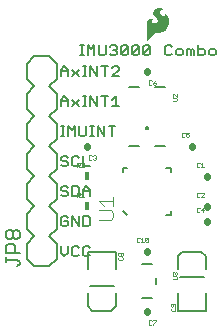
<source format=gbr>
G04 EAGLE Gerber RS-274X export*
G75*
%MOMM*%
%FSLAX34Y34*%
%LPD*%
%INSilkscreen Top*%
%IPPOS*%
%AMOC8*
5,1,8,0,0,1.08239X$1,22.5*%
G01*
%ADD10C,0.152400*%
%ADD11C,0.203200*%
%ADD12C,0.101600*%
%ADD13C,0.558800*%
%ADD14C,0.025400*%
%ADD15C,0.127000*%
%ADD16R,0.457200X0.762000*%

G36*
X101610Y241201D02*
X101610Y241201D01*
X101614Y241199D01*
X101684Y241235D01*
X101694Y241240D01*
X101695Y241241D01*
X106567Y246723D01*
X107421Y247505D01*
X108411Y248094D01*
X108762Y248221D01*
X109130Y248286D01*
X111405Y248286D01*
X111410Y248288D01*
X111416Y248286D01*
X112780Y248410D01*
X112790Y248416D01*
X112802Y248414D01*
X114121Y248782D01*
X114129Y248790D01*
X114142Y248791D01*
X115372Y249391D01*
X115379Y249398D01*
X115390Y249401D01*
X116547Y250218D01*
X116552Y250226D01*
X116561Y250229D01*
X117592Y251201D01*
X117595Y251209D01*
X117601Y251211D01*
X117602Y251213D01*
X117604Y251214D01*
X118489Y252321D01*
X118491Y252331D01*
X118500Y252338D01*
X119447Y254019D01*
X119448Y254030D01*
X119456Y254040D01*
X120084Y255864D01*
X120083Y255875D01*
X120090Y255886D01*
X120378Y257793D01*
X120375Y257804D01*
X120380Y257816D01*
X120378Y257868D01*
X120370Y258120D01*
X120366Y258246D01*
X120366Y258247D01*
X120358Y258499D01*
X120350Y258752D01*
X120346Y258878D01*
X120338Y259130D01*
X120327Y259509D01*
X120319Y259744D01*
X120315Y259753D01*
X120317Y259765D01*
X120110Y260804D01*
X120105Y260812D01*
X120105Y260823D01*
X119747Y261820D01*
X119741Y261827D01*
X119740Y261838D01*
X119238Y262772D01*
X119229Y262779D01*
X119226Y262791D01*
X118319Y263928D01*
X118308Y263934D01*
X118301Y263947D01*
X117175Y264868D01*
X117132Y264880D01*
X117091Y264896D01*
X117086Y264894D01*
X117080Y264895D01*
X117042Y264874D01*
X117002Y264855D01*
X116999Y264849D01*
X116995Y264847D01*
X116987Y264818D01*
X116969Y264770D01*
X116969Y263890D01*
X116953Y263770D01*
X116909Y263667D01*
X116635Y263327D01*
X116274Y263079D01*
X116100Y263014D01*
X115562Y262956D01*
X115032Y263054D01*
X114544Y263303D01*
X113642Y263954D01*
X113230Y264308D01*
X112879Y264718D01*
X112596Y265176D01*
X112390Y265670D01*
X112331Y265970D01*
X112343Y266273D01*
X112500Y266792D01*
X112786Y267252D01*
X113181Y267622D01*
X113662Y267877D01*
X114152Y268016D01*
X114663Y268073D01*
X115266Y268073D01*
X115267Y268073D01*
X115289Y268082D01*
X115357Y268111D01*
X115392Y268203D01*
X115388Y268212D01*
X115354Y268288D01*
X115352Y268291D01*
X115351Y268292D01*
X115350Y268293D01*
X115329Y268313D01*
X115322Y268316D01*
X115318Y268324D01*
X114883Y268662D01*
X114868Y268666D01*
X114856Y268678D01*
X114352Y268899D01*
X114351Y268899D01*
X113995Y269051D01*
X113767Y269152D01*
X113757Y269153D01*
X113747Y269159D01*
X112869Y269379D01*
X112860Y269378D01*
X112850Y269382D01*
X111950Y269468D01*
X111940Y269464D01*
X111928Y269468D01*
X111060Y269402D01*
X111049Y269396D01*
X111036Y269397D01*
X110196Y269166D01*
X110186Y269158D01*
X110173Y269157D01*
X109393Y268769D01*
X109386Y268761D01*
X109375Y268758D01*
X108598Y268198D01*
X108594Y268191D01*
X108585Y268187D01*
X107889Y267529D01*
X107884Y267518D01*
X107873Y267510D01*
X107442Y266907D01*
X107439Y266892D01*
X107427Y266879D01*
X107160Y266187D01*
X107160Y266171D01*
X107152Y266156D01*
X107065Y265419D01*
X107070Y265404D01*
X107066Y265387D01*
X107165Y264652D01*
X107173Y264639D01*
X107173Y264622D01*
X107453Y263934D01*
X107462Y263925D01*
X107465Y263911D01*
X108652Y262153D01*
X108660Y262148D01*
X108664Y262137D01*
X110117Y260596D01*
X110487Y260161D01*
X110727Y259658D01*
X110829Y259110D01*
X110786Y258554D01*
X110600Y258029D01*
X110285Y257569D01*
X109860Y257204D01*
X109317Y256911D01*
X108731Y256713D01*
X108121Y256616D01*
X107410Y256651D01*
X106732Y256858D01*
X106126Y257223D01*
X105813Y257551D01*
X105607Y257955D01*
X105514Y258371D01*
X105514Y258799D01*
X105607Y259214D01*
X105679Y259352D01*
X105797Y259466D01*
X106621Y260065D01*
X106754Y260136D01*
X106892Y260164D01*
X107050Y260148D01*
X107093Y260162D01*
X107138Y260173D01*
X107140Y260177D01*
X107144Y260178D01*
X107164Y260219D01*
X107187Y260258D01*
X107186Y260262D01*
X107188Y260266D01*
X107173Y260309D01*
X107160Y260353D01*
X107157Y260355D01*
X107156Y260359D01*
X107118Y260378D01*
X107082Y260399D01*
X106599Y260475D01*
X106594Y260474D01*
X106589Y260476D01*
X105649Y260549D01*
X105640Y260546D01*
X105629Y260549D01*
X104689Y260476D01*
X104679Y260471D01*
X104667Y260472D01*
X103968Y260288D01*
X103958Y260280D01*
X103944Y260279D01*
X103296Y259958D01*
X103288Y259949D01*
X103274Y259945D01*
X102704Y259500D01*
X102698Y259489D01*
X102686Y259483D01*
X102216Y258933D01*
X102212Y258921D01*
X102201Y258912D01*
X101800Y258180D01*
X101799Y258167D01*
X101790Y258156D01*
X101550Y257357D01*
X101551Y257344D01*
X101545Y257331D01*
X101475Y256500D01*
X101477Y256494D01*
X101475Y256489D01*
X101475Y241325D01*
X101477Y241320D01*
X101475Y241316D01*
X101496Y241276D01*
X101513Y241234D01*
X101518Y241233D01*
X101520Y241228D01*
X101563Y241215D01*
X101605Y241199D01*
X101610Y241201D01*
G37*
D10*
X45212Y229362D02*
X48093Y229362D01*
X46653Y229362D02*
X46653Y238005D01*
X48093Y238005D02*
X45212Y238005D01*
X51449Y238005D02*
X51449Y229362D01*
X54330Y235124D02*
X51449Y238005D01*
X54330Y235124D02*
X57211Y238005D01*
X57211Y229362D01*
X60804Y230803D02*
X60804Y238005D01*
X60804Y230803D02*
X62245Y229362D01*
X65126Y229362D01*
X66566Y230803D01*
X66566Y238005D01*
X70159Y236565D02*
X71600Y238005D01*
X74481Y238005D01*
X75921Y236565D01*
X75921Y235124D01*
X74481Y233684D01*
X73040Y233684D01*
X74481Y233684D02*
X75921Y232243D01*
X75921Y230803D01*
X74481Y229362D01*
X71600Y229362D01*
X70159Y230803D01*
X79514Y230803D02*
X79514Y236565D01*
X80955Y238005D01*
X83836Y238005D01*
X85277Y236565D01*
X85277Y230803D01*
X83836Y229362D01*
X80955Y229362D01*
X79514Y230803D01*
X85277Y236565D01*
X88870Y236565D02*
X88870Y230803D01*
X88870Y236565D02*
X90310Y238005D01*
X93191Y238005D01*
X94632Y236565D01*
X94632Y230803D01*
X93191Y229362D01*
X90310Y229362D01*
X88870Y230803D01*
X94632Y236565D01*
X98225Y236565D02*
X98225Y230803D01*
X98225Y236565D02*
X99665Y238005D01*
X102546Y238005D01*
X103987Y236565D01*
X103987Y230803D01*
X102546Y229362D01*
X99665Y229362D01*
X98225Y230803D01*
X103987Y236565D01*
X121257Y238005D02*
X122697Y236565D01*
X121257Y238005D02*
X118376Y238005D01*
X116935Y236565D01*
X116935Y230803D01*
X118376Y229362D01*
X121257Y229362D01*
X122697Y230803D01*
X127731Y229362D02*
X130612Y229362D01*
X132053Y230803D01*
X132053Y233684D01*
X130612Y235124D01*
X127731Y235124D01*
X126290Y233684D01*
X126290Y230803D01*
X127731Y229362D01*
X135645Y229362D02*
X135645Y235124D01*
X137086Y235124D01*
X138527Y233684D01*
X138527Y229362D01*
X138527Y233684D02*
X139967Y235124D01*
X141408Y233684D01*
X141408Y229362D01*
X145001Y229362D02*
X145001Y238005D01*
X145001Y229362D02*
X149322Y229362D01*
X150763Y230803D01*
X150763Y233684D01*
X149322Y235124D01*
X145001Y235124D01*
X155796Y229362D02*
X158678Y229362D01*
X160118Y230803D01*
X160118Y233684D01*
X158678Y235124D01*
X155796Y235124D01*
X154356Y233684D01*
X154356Y230803D01*
X155796Y229362D01*
X28702Y67825D02*
X28702Y62063D01*
X31583Y59182D01*
X34464Y62063D01*
X34464Y67825D01*
X42379Y67825D02*
X43819Y66385D01*
X42379Y67825D02*
X39498Y67825D01*
X38057Y66385D01*
X38057Y60623D01*
X39498Y59182D01*
X42379Y59182D01*
X43819Y60623D01*
X51734Y67825D02*
X53175Y66385D01*
X51734Y67825D02*
X48853Y67825D01*
X47412Y66385D01*
X47412Y60623D01*
X48853Y59182D01*
X51734Y59182D01*
X53175Y60623D01*
X34464Y91785D02*
X33024Y93225D01*
X30143Y93225D01*
X28702Y91785D01*
X28702Y86023D01*
X30143Y84582D01*
X33024Y84582D01*
X34464Y86023D01*
X34464Y88904D01*
X31583Y88904D01*
X38057Y93225D02*
X38057Y84582D01*
X43819Y84582D02*
X38057Y93225D01*
X43819Y93225D02*
X43819Y84582D01*
X47412Y84582D02*
X47412Y93225D01*
X47412Y84582D02*
X51734Y84582D01*
X53175Y86023D01*
X53175Y91785D01*
X51734Y93225D01*
X47412Y93225D01*
X34464Y117185D02*
X33024Y118625D01*
X30143Y118625D01*
X28702Y117185D01*
X28702Y115744D01*
X30143Y114304D01*
X33024Y114304D01*
X34464Y112863D01*
X34464Y111423D01*
X33024Y109982D01*
X30143Y109982D01*
X28702Y111423D01*
X38057Y109982D02*
X38057Y118625D01*
X38057Y109982D02*
X42379Y109982D01*
X43819Y111423D01*
X43819Y117185D01*
X42379Y118625D01*
X38057Y118625D01*
X47412Y115744D02*
X47412Y109982D01*
X47412Y115744D02*
X50294Y118625D01*
X53175Y115744D01*
X53175Y109982D01*
X53175Y114304D02*
X47412Y114304D01*
X34464Y142585D02*
X33024Y144025D01*
X30143Y144025D01*
X28702Y142585D01*
X28702Y141144D01*
X30143Y139704D01*
X33024Y139704D01*
X34464Y138263D01*
X34464Y136823D01*
X33024Y135382D01*
X30143Y135382D01*
X28702Y136823D01*
X42379Y144025D02*
X43819Y142585D01*
X42379Y144025D02*
X39498Y144025D01*
X38057Y142585D01*
X38057Y136823D01*
X39498Y135382D01*
X42379Y135382D01*
X43819Y136823D01*
X47412Y135382D02*
X47412Y144025D01*
X47412Y135382D02*
X53175Y135382D01*
X31583Y160782D02*
X28702Y160782D01*
X30143Y160782D02*
X30143Y169425D01*
X31583Y169425D02*
X28702Y169425D01*
X34939Y169425D02*
X34939Y160782D01*
X37820Y166544D02*
X34939Y169425D01*
X37820Y166544D02*
X40701Y169425D01*
X40701Y160782D01*
X44294Y162223D02*
X44294Y169425D01*
X44294Y162223D02*
X45735Y160782D01*
X48616Y160782D01*
X50056Y162223D01*
X50056Y169425D01*
X53649Y160782D02*
X56530Y160782D01*
X55090Y160782D02*
X55090Y169425D01*
X56530Y169425D02*
X53649Y169425D01*
X59886Y169425D02*
X59886Y160782D01*
X65648Y160782D02*
X59886Y169425D01*
X65648Y169425D02*
X65648Y160782D01*
X72122Y160782D02*
X72122Y169425D01*
X69241Y169425D02*
X75003Y169425D01*
X28702Y186182D02*
X28702Y191944D01*
X31583Y194825D01*
X34464Y191944D01*
X34464Y186182D01*
X34464Y190504D02*
X28702Y190504D01*
X38057Y191944D02*
X43819Y186182D01*
X38057Y186182D02*
X43819Y191944D01*
X47412Y186182D02*
X50294Y186182D01*
X48853Y186182D02*
X48853Y194825D01*
X47412Y194825D02*
X50294Y194825D01*
X53649Y194825D02*
X53649Y186182D01*
X59411Y186182D02*
X53649Y194825D01*
X59411Y194825D02*
X59411Y186182D01*
X65885Y186182D02*
X65885Y194825D01*
X63004Y194825D02*
X68767Y194825D01*
X72360Y191944D02*
X75241Y194825D01*
X75241Y186182D01*
X72360Y186182D02*
X78122Y186182D01*
X28702Y211582D02*
X28702Y217344D01*
X31583Y220225D01*
X34464Y217344D01*
X34464Y211582D01*
X34464Y215904D02*
X28702Y215904D01*
X38057Y217344D02*
X43819Y211582D01*
X38057Y211582D02*
X43819Y217344D01*
X47412Y211582D02*
X50294Y211582D01*
X48853Y211582D02*
X48853Y220225D01*
X47412Y220225D02*
X50294Y220225D01*
X53649Y220225D02*
X53649Y211582D01*
X59411Y211582D02*
X53649Y220225D01*
X59411Y220225D02*
X59411Y211582D01*
X65885Y211582D02*
X65885Y220225D01*
X63004Y220225D02*
X68767Y220225D01*
X72360Y211582D02*
X78122Y211582D01*
X72360Y211582D02*
X78122Y217344D01*
X78122Y218785D01*
X76681Y220225D01*
X73800Y220225D01*
X72360Y218785D01*
D11*
X121600Y134300D02*
X121600Y130800D01*
X121600Y134300D02*
X118100Y134300D01*
X121600Y97800D02*
X121600Y94300D01*
X118100Y94300D01*
X85100Y134300D02*
X81600Y134300D01*
X81600Y130800D01*
X81600Y97800D02*
X85100Y94300D01*
D12*
X71143Y90308D02*
X61398Y90308D01*
X71143Y90308D02*
X73092Y92257D01*
X73092Y96155D01*
X71143Y98104D01*
X61398Y98104D01*
X65296Y102002D02*
X61398Y105900D01*
X73092Y105900D01*
X73092Y102002D02*
X73092Y109798D01*
D13*
X152400Y126695D02*
X152400Y127305D01*
D14*
X146179Y137925D02*
X145544Y138560D01*
X144273Y138560D01*
X143637Y137925D01*
X143637Y135383D01*
X144273Y134747D01*
X145544Y134747D01*
X146179Y135383D01*
X147379Y137289D02*
X148650Y138560D01*
X148650Y134747D01*
X147379Y134747D02*
X149921Y134747D01*
D13*
X152400Y101905D02*
X152400Y101295D01*
D14*
X146179Y112525D02*
X145544Y113160D01*
X144273Y113160D01*
X143637Y112525D01*
X143637Y109983D01*
X144273Y109347D01*
X145544Y109347D01*
X146179Y109983D01*
X147379Y109347D02*
X149921Y109347D01*
X147379Y109347D02*
X149921Y111889D01*
X149921Y112525D01*
X149286Y113160D01*
X148015Y113160D01*
X147379Y112525D01*
D13*
X50800Y152095D02*
X50800Y152705D01*
D14*
X54239Y144656D02*
X54875Y144021D01*
X54239Y144656D02*
X52968Y144656D01*
X52333Y144021D01*
X52333Y141479D01*
X52968Y140843D01*
X54239Y140843D01*
X54875Y141479D01*
X56075Y144021D02*
X56710Y144656D01*
X57982Y144656D01*
X58617Y144021D01*
X58617Y143385D01*
X57982Y142750D01*
X57346Y142750D01*
X57982Y142750D02*
X58617Y142114D01*
X58617Y141479D01*
X57982Y140843D01*
X56710Y140843D01*
X56075Y141479D01*
D13*
X152400Y89205D02*
X152400Y88595D01*
D14*
X146179Y99825D02*
X145544Y100460D01*
X144273Y100460D01*
X143637Y99825D01*
X143637Y97283D01*
X144273Y96647D01*
X145544Y96647D01*
X146179Y97283D01*
X149286Y96647D02*
X149286Y100460D01*
X147379Y98554D01*
X149921Y98554D01*
D11*
X116600Y152800D02*
X108600Y152800D01*
X94600Y152800D02*
X86600Y152800D01*
X86600Y202800D02*
X94600Y202800D01*
X108600Y202800D02*
X116600Y202800D01*
X100600Y167800D02*
X100602Y167863D01*
X100608Y167925D01*
X100618Y167987D01*
X100631Y168049D01*
X100649Y168109D01*
X100670Y168168D01*
X100695Y168226D01*
X100724Y168282D01*
X100756Y168336D01*
X100791Y168388D01*
X100829Y168437D01*
X100871Y168485D01*
X100915Y168529D01*
X100963Y168571D01*
X101012Y168609D01*
X101064Y168644D01*
X101118Y168676D01*
X101174Y168705D01*
X101232Y168730D01*
X101291Y168751D01*
X101351Y168769D01*
X101413Y168782D01*
X101475Y168792D01*
X101537Y168798D01*
X101600Y168800D01*
X101663Y168798D01*
X101725Y168792D01*
X101787Y168782D01*
X101849Y168769D01*
X101909Y168751D01*
X101968Y168730D01*
X102026Y168705D01*
X102082Y168676D01*
X102136Y168644D01*
X102188Y168609D01*
X102237Y168571D01*
X102285Y168529D01*
X102329Y168485D01*
X102371Y168437D01*
X102409Y168388D01*
X102444Y168336D01*
X102476Y168282D01*
X102505Y168226D01*
X102530Y168168D01*
X102551Y168109D01*
X102569Y168049D01*
X102582Y167987D01*
X102592Y167925D01*
X102598Y167863D01*
X102600Y167800D01*
X102598Y167737D01*
X102592Y167675D01*
X102582Y167613D01*
X102569Y167551D01*
X102551Y167491D01*
X102530Y167432D01*
X102505Y167374D01*
X102476Y167318D01*
X102444Y167264D01*
X102409Y167212D01*
X102371Y167163D01*
X102329Y167115D01*
X102285Y167071D01*
X102237Y167029D01*
X102188Y166991D01*
X102136Y166956D01*
X102082Y166924D01*
X102026Y166895D01*
X101968Y166870D01*
X101909Y166849D01*
X101849Y166831D01*
X101787Y166818D01*
X101725Y166808D01*
X101663Y166802D01*
X101600Y166800D01*
X101537Y166802D01*
X101475Y166808D01*
X101413Y166818D01*
X101351Y166831D01*
X101291Y166849D01*
X101232Y166870D01*
X101174Y166895D01*
X101118Y166924D01*
X101064Y166956D01*
X101012Y166991D01*
X100963Y167029D01*
X100915Y167071D01*
X100871Y167115D01*
X100829Y167163D01*
X100791Y167212D01*
X100756Y167264D01*
X100724Y167318D01*
X100695Y167374D01*
X100670Y167432D01*
X100649Y167491D01*
X100631Y167551D01*
X100618Y167613D01*
X100608Y167675D01*
X100602Y167737D01*
X100600Y167800D01*
D14*
X123314Y190763D02*
X126491Y190763D01*
X127127Y191398D01*
X127127Y192669D01*
X126491Y193305D01*
X123314Y193305D01*
X127127Y194505D02*
X127127Y197047D01*
X127127Y194505D02*
X124585Y197047D01*
X123949Y197047D01*
X123314Y196412D01*
X123314Y195140D01*
X123949Y194505D01*
D13*
X139700Y152705D02*
X139700Y152095D01*
D14*
X133479Y163325D02*
X132844Y163960D01*
X131573Y163960D01*
X130937Y163325D01*
X130937Y160783D01*
X131573Y160147D01*
X132844Y160147D01*
X133479Y160783D01*
X134679Y163960D02*
X137221Y163960D01*
X134679Y163960D02*
X134679Y162054D01*
X135950Y162689D01*
X136586Y162689D01*
X137221Y162054D01*
X137221Y160783D01*
X136586Y160147D01*
X135315Y160147D01*
X134679Y160783D01*
D13*
X101600Y215595D02*
X101600Y216205D01*
D14*
X105039Y208156D02*
X105675Y207521D01*
X105039Y208156D02*
X103768Y208156D01*
X103133Y207521D01*
X103133Y204979D01*
X103768Y204343D01*
X105039Y204343D01*
X105675Y204979D01*
X108146Y207521D02*
X109417Y208156D01*
X108146Y207521D02*
X106875Y206250D01*
X106875Y204979D01*
X107510Y204343D01*
X108782Y204343D01*
X109417Y204979D01*
X109417Y205614D01*
X108782Y206250D01*
X106875Y206250D01*
D11*
X105894Y23876D02*
X97306Y23876D01*
X97306Y52324D02*
X105894Y52324D01*
X109704Y40784D02*
X109704Y35416D01*
D14*
X123314Y39633D02*
X126491Y39633D01*
X127127Y40268D01*
X127127Y41539D01*
X126491Y42175D01*
X123314Y42175D01*
X123949Y43375D02*
X123314Y44010D01*
X123314Y45282D01*
X123949Y45917D01*
X124585Y45917D01*
X125220Y45282D01*
X125220Y44646D01*
X125220Y45282D02*
X125856Y45917D01*
X126491Y45917D01*
X127127Y45282D01*
X127127Y44010D01*
X126491Y43375D01*
D13*
X101600Y13005D02*
X101600Y12395D01*
D14*
X105039Y4956D02*
X105675Y4321D01*
X105039Y4956D02*
X103768Y4956D01*
X103133Y4321D01*
X103133Y1779D01*
X103768Y1143D01*
X105039Y1143D01*
X105675Y1779D01*
X106875Y4956D02*
X109417Y4956D01*
X109417Y4321D01*
X106875Y1779D01*
X106875Y1143D01*
D11*
X51500Y48100D02*
X51500Y63100D01*
X75500Y63100D01*
X75500Y48100D01*
X51500Y28100D02*
X51500Y17100D01*
X55500Y13100D01*
X71500Y13100D01*
X75500Y17100D01*
X75500Y28100D01*
D15*
X73660Y34290D02*
X53340Y34290D01*
D14*
X77434Y58049D02*
X78069Y58685D01*
X77434Y58049D02*
X77434Y56778D01*
X78069Y56143D01*
X80611Y56143D01*
X81247Y56778D01*
X81247Y58049D01*
X80611Y58685D01*
X78069Y59885D02*
X77434Y60520D01*
X77434Y61792D01*
X78069Y62427D01*
X78705Y62427D01*
X79340Y61792D01*
X79976Y62427D01*
X80611Y62427D01*
X81247Y61792D01*
X81247Y60520D01*
X80611Y59885D01*
X79976Y59885D01*
X79340Y60520D01*
X78705Y59885D01*
X78069Y59885D01*
X79340Y60520D02*
X79340Y61792D01*
D13*
X101600Y63195D02*
X101600Y63805D01*
D14*
X95379Y74425D02*
X94744Y75060D01*
X93473Y75060D01*
X92837Y74425D01*
X92837Y71883D01*
X93473Y71247D01*
X94744Y71247D01*
X95379Y71883D01*
X96579Y73789D02*
X97850Y75060D01*
X97850Y71247D01*
X96579Y71247D02*
X99121Y71247D01*
X100321Y71883D02*
X100321Y74425D01*
X100957Y75060D01*
X102228Y75060D01*
X102863Y74425D01*
X102863Y71883D01*
X102228Y71247D01*
X100957Y71247D01*
X100321Y71883D01*
X102863Y74425D01*
D11*
X151700Y28100D02*
X151700Y13100D01*
X127700Y13100D01*
X127700Y28100D01*
X151700Y48100D02*
X151700Y59100D01*
X147700Y63100D01*
X131700Y63100D01*
X127700Y59100D01*
X127700Y48100D01*
D15*
X129540Y41910D02*
X149860Y41910D01*
D14*
X122585Y15369D02*
X121950Y14734D01*
X121950Y13463D01*
X122585Y12827D01*
X125127Y12827D01*
X125763Y13463D01*
X125763Y14734D01*
X125127Y15369D01*
X125127Y16569D02*
X125763Y17205D01*
X125763Y18476D01*
X125127Y19111D01*
X122585Y19111D01*
X121950Y18476D01*
X121950Y17205D01*
X122585Y16569D01*
X123221Y16569D01*
X123856Y17205D01*
X123856Y19111D01*
D11*
X0Y209550D02*
X0Y222250D01*
X6350Y228600D01*
X19050Y228600D02*
X25400Y222250D01*
X0Y184150D02*
X6350Y177800D01*
X0Y184150D02*
X0Y196850D01*
X6350Y203200D01*
X19050Y203200D02*
X25400Y196850D01*
X25400Y184150D01*
X19050Y177800D01*
X6350Y203200D02*
X0Y209550D01*
X19050Y203200D02*
X25400Y209550D01*
X25400Y222250D01*
X0Y146050D02*
X0Y133350D01*
X0Y146050D02*
X6350Y152400D01*
X19050Y152400D02*
X25400Y146050D01*
X6350Y152400D02*
X0Y158750D01*
X0Y171450D01*
X6350Y177800D01*
X19050Y177800D02*
X25400Y171450D01*
X25400Y158750D01*
X19050Y152400D01*
X0Y107950D02*
X6350Y101600D01*
X0Y107950D02*
X0Y120650D01*
X6350Y127000D01*
X19050Y127000D02*
X25400Y120650D01*
X25400Y107950D01*
X19050Y101600D01*
X6350Y127000D02*
X0Y133350D01*
X19050Y127000D02*
X25400Y133350D01*
X25400Y146050D01*
X0Y69850D02*
X0Y57150D01*
X0Y69850D02*
X6350Y76200D01*
X19050Y76200D02*
X25400Y69850D01*
X6350Y76200D02*
X0Y82550D01*
X0Y95250D01*
X6350Y101600D01*
X19050Y101600D02*
X25400Y95250D01*
X25400Y82550D01*
X19050Y76200D01*
X19050Y50800D02*
X6350Y50800D01*
X0Y57150D01*
X19050Y50800D02*
X25400Y57150D01*
X25400Y69850D01*
X19050Y228600D02*
X6350Y228600D01*
D15*
X-6223Y52580D02*
X-8130Y50673D01*
X-6223Y52580D02*
X-6223Y54486D01*
X-8130Y56393D01*
X-17663Y56393D01*
X-17663Y54486D02*
X-17663Y58300D01*
X-17663Y62367D02*
X-6223Y62367D01*
X-17663Y62367D02*
X-17663Y68087D01*
X-15756Y69993D01*
X-11943Y69993D01*
X-10036Y68087D01*
X-10036Y62367D01*
X-15756Y74061D02*
X-17663Y75968D01*
X-17663Y79781D01*
X-15756Y81687D01*
X-13850Y81687D01*
X-11943Y79781D01*
X-10036Y81687D01*
X-8130Y81687D01*
X-6223Y79781D01*
X-6223Y75968D01*
X-8130Y74061D01*
X-10036Y74061D01*
X-11943Y75968D01*
X-13850Y74061D01*
X-15756Y74061D01*
X-11943Y75968D02*
X-11943Y79781D01*
D16*
X50800Y101600D03*
D14*
X42037Y109347D02*
X42037Y113160D01*
X43944Y113160D01*
X44579Y112525D01*
X44579Y111254D01*
X43944Y110618D01*
X42037Y110618D01*
X43308Y110618D02*
X44579Y109347D01*
X45779Y111889D02*
X47050Y113160D01*
X47050Y109347D01*
X45779Y109347D02*
X48321Y109347D01*
D16*
X50800Y127000D03*
D14*
X42037Y134747D02*
X42037Y138560D01*
X43944Y138560D01*
X44579Y137925D01*
X44579Y136654D01*
X43944Y136018D01*
X42037Y136018D01*
X43308Y136018D02*
X44579Y134747D01*
X45779Y134747D02*
X48321Y134747D01*
X45779Y134747D02*
X48321Y137289D01*
X48321Y137925D01*
X47686Y138560D01*
X46415Y138560D01*
X45779Y137925D01*
M02*

</source>
